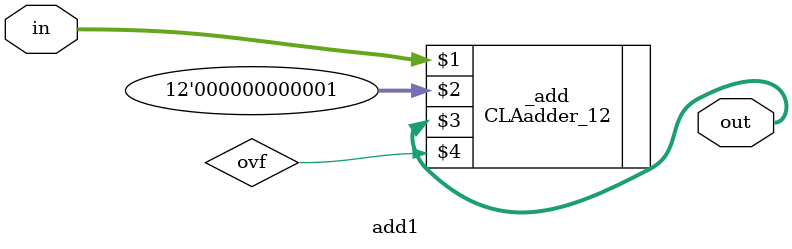
<source format=v>
module add1(out,in);
	input[11:0] in;
	output[11:0] out;
	
	wire ovf;
	CLAadder_12 _add(in,12'b1,out,ovf);

endmodule
// add1 _increment(pc_postAdd,address_imem);
</source>
